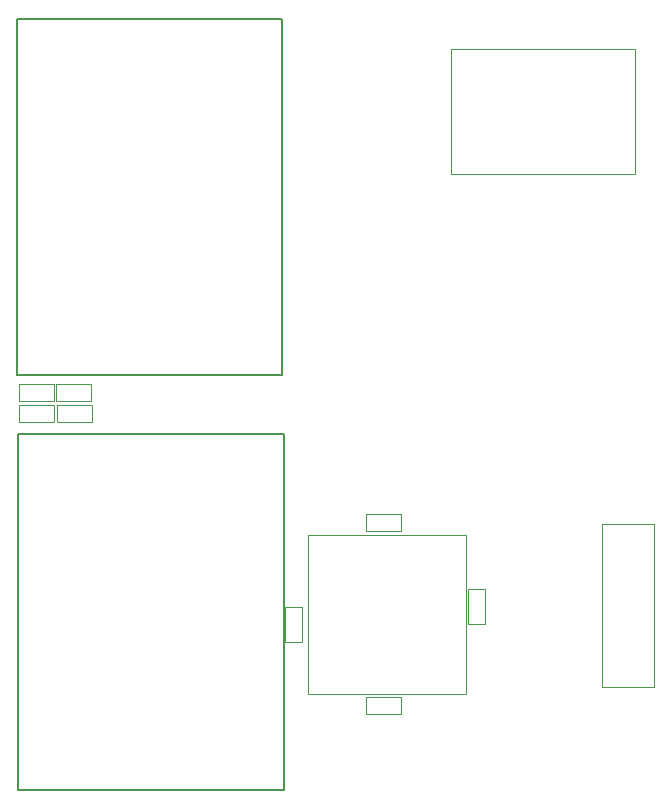
<source format=gbr>
%TF.GenerationSoftware,KiCad,Pcbnew,7.0.10*%
%TF.CreationDate,2024-02-20T17:57:49-08:00*%
%TF.ProjectId,HarnessTesterAll,4861726e-6573-4735-9465-73746572416c,rev?*%
%TF.SameCoordinates,Original*%
%TF.FileFunction,Other,User*%
%FSLAX46Y46*%
G04 Gerber Fmt 4.6, Leading zero omitted, Abs format (unit mm)*
G04 Created by KiCad (PCBNEW 7.0.10) date 2024-02-20 17:57:49*
%MOMM*%
%LPD*%
G01*
G04 APERTURE LIST*
%ADD10C,0.050000*%
%ADD11C,0.127000*%
G04 APERTURE END LIST*
D10*
%TO.C,R26*%
X93859840Y-94075727D02*
X90899840Y-94075727D01*
X93859840Y-92615727D02*
X93859840Y-94075727D01*
X90899840Y-94075727D02*
X90899840Y-92615727D01*
X90899840Y-92615727D02*
X93859840Y-92615727D01*
D11*
%TO.C,J2*%
X110152498Y-96867030D02*
X87677499Y-96867030D01*
X87677499Y-96867030D02*
X87677499Y-127006975D01*
X110152498Y-127006975D02*
X110152498Y-96867030D01*
X87677499Y-127006975D02*
X110152498Y-127006975D01*
D10*
%TO.C,SW1*%
X124280000Y-74896000D02*
X124280000Y-64296000D01*
X139880000Y-74896000D02*
X124280000Y-74896000D01*
X124280000Y-64296000D02*
X139880000Y-64296000D01*
X139880000Y-64296000D02*
X139880000Y-74896000D01*
%TO.C,J3*%
X137084000Y-104514000D02*
X137084000Y-118264000D01*
X137084000Y-118264000D02*
X141534000Y-118264000D01*
X141534000Y-104514000D02*
X137084000Y-104514000D01*
X141534000Y-118264000D02*
X141534000Y-104514000D01*
%TO.C,C4*%
X117138000Y-103664000D02*
X120098000Y-103664000D01*
X117138000Y-105124000D02*
X117138000Y-103664000D01*
X120098000Y-103664000D02*
X120098000Y-105124000D01*
X120098000Y-105124000D02*
X117138000Y-105124000D01*
%TO.C,C1*%
X111728000Y-111550000D02*
X111728000Y-114510000D01*
X110268000Y-111550000D02*
X111728000Y-111550000D01*
X111728000Y-114510000D02*
X110268000Y-114510000D01*
X110268000Y-114510000D02*
X110268000Y-111550000D01*
%TO.C,D2*%
X87740999Y-94393000D02*
X90700999Y-94393000D01*
X87740999Y-95853000D02*
X87740999Y-94393000D01*
X90700999Y-94393000D02*
X90700999Y-95853000D01*
X90700999Y-95853000D02*
X87740999Y-95853000D01*
%TO.C,C2*%
X125762000Y-112973000D02*
X125762000Y-110013000D01*
X127222000Y-112973000D02*
X125762000Y-112973000D01*
X125762000Y-110013000D02*
X127222000Y-110013000D01*
X127222000Y-110013000D02*
X127222000Y-112973000D01*
%TO.C,D1*%
X87763340Y-92615727D02*
X90723340Y-92615727D01*
X87763340Y-94075727D02*
X87763340Y-92615727D01*
X90723340Y-92615727D02*
X90723340Y-94075727D01*
X90723340Y-94075727D02*
X87763340Y-94075727D01*
%TO.C,C3*%
X120098000Y-120618000D02*
X117138000Y-120618000D01*
X120098000Y-119158000D02*
X120098000Y-120618000D01*
X117138000Y-120618000D02*
X117138000Y-119158000D01*
X117138000Y-119158000D02*
X120098000Y-119158000D01*
%TO.C,R25*%
X93913499Y-95853000D02*
X90953499Y-95853000D01*
X93913499Y-94393000D02*
X93913499Y-95853000D01*
X90953499Y-95853000D02*
X90953499Y-94393000D01*
X90953499Y-94393000D02*
X93913499Y-94393000D01*
D11*
%TO.C,J1*%
X110020998Y-61765028D02*
X87545999Y-61765028D01*
X87545999Y-61765028D02*
X87545999Y-91904973D01*
X110020998Y-91904973D02*
X110020998Y-61765028D01*
X87545999Y-91904973D02*
X110020998Y-91904973D01*
D10*
%TO.C,U1*%
X112172000Y-105456000D02*
X112172000Y-118856000D01*
X112172000Y-105456000D02*
X125572000Y-105456000D01*
X112172000Y-118856000D02*
X125572000Y-118856000D01*
X125572000Y-105456000D02*
X125572000Y-118856000D01*
%TD*%
M02*

</source>
